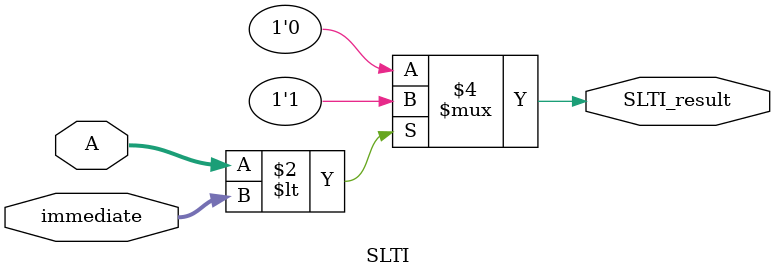
<source format=v>
`timescale 1ns / 1ps


module SLTI(
    input [15:0] A,
    input [15:0] immediate,
    output reg SLTI_result
);

    always @* begin
        if (A < immediate) begin
            SLTI_result = 1; // Set result to 1 if A is less than the immediate value
        end else begin
            SLTI_result = 0; // Set result to 0 otherwise
        end
    end

endmodule

</source>
